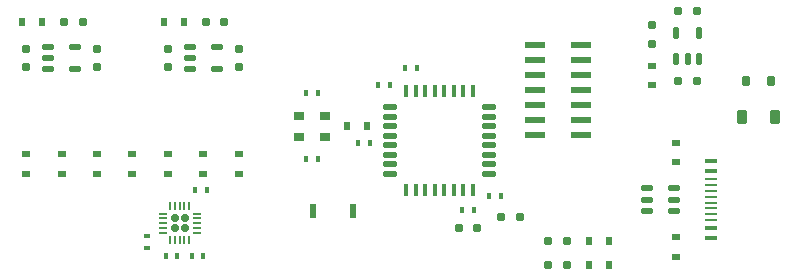
<source format=gbr>
%TF.GenerationSoftware,KiCad,Pcbnew,7.0.1*%
%TF.CreationDate,2023-05-30T08:19:09+02:00*%
%TF.ProjectId,test_SGTL5000,74657374-5f53-4475-944c-353030302e6b,rev?*%
%TF.SameCoordinates,Original*%
%TF.FileFunction,Paste,Top*%
%TF.FilePolarity,Positive*%
%FSLAX46Y46*%
G04 Gerber Fmt 4.6, Leading zero omitted, Abs format (unit mm)*
G04 Created by KiCad (PCBNEW 7.0.1) date 2023-05-30 08:19:09*
%MOMM*%
%LPD*%
G01*
G04 APERTURE LIST*
G04 Aperture macros list*
%AMRoundRect*
0 Rectangle with rounded corners*
0 $1 Rounding radius*
0 $2 $3 $4 $5 $6 $7 $8 $9 X,Y pos of 4 corners*
0 Add a 4 corners polygon primitive as box body*
4,1,4,$2,$3,$4,$5,$6,$7,$8,$9,$2,$3,0*
0 Add four circle primitives for the rounded corners*
1,1,$1+$1,$2,$3*
1,1,$1+$1,$4,$5*
1,1,$1+$1,$6,$7*
1,1,$1+$1,$8,$9*
0 Add four rect primitives between the rounded corners*
20,1,$1+$1,$2,$3,$4,$5,0*
20,1,$1+$1,$4,$5,$6,$7,0*
20,1,$1+$1,$6,$7,$8,$9,0*
20,1,$1+$1,$8,$9,$2,$3,0*%
G04 Aperture macros list end*
%ADD10RoundRect,0.167500X0.167500X-0.167500X0.167500X0.167500X-0.167500X0.167500X-0.167500X-0.167500X0*%
%ADD11RoundRect,0.000000X0.070000X-0.297500X0.070000X0.297500X-0.070000X0.297500X-0.070000X-0.297500X0*%
%ADD12RoundRect,0.020000X0.277500X-0.050000X0.277500X0.050000X-0.277500X0.050000X-0.277500X-0.050000X0*%
%ADD13RoundRect,0.080000X-0.252500X0.200000X-0.252500X-0.200000X0.252500X-0.200000X0.252500X0.200000X0*%
%ADD14RoundRect,0.087500X0.245000X-0.218750X0.245000X0.218750X-0.245000X0.218750X-0.245000X-0.218750X0*%
%ADD15RoundRect,0.090000X-0.242500X0.225000X-0.242500X-0.225000X0.242500X-0.225000X0.242500X0.225000X0*%
%ADD16RoundRect,0.062500X-0.375000X-0.550000X0.375000X-0.550000X0.375000X0.550000X-0.375000X0.550000X0*%
%ADD17RoundRect,0.000000X-0.463750X-0.210000X0.463750X-0.210000X0.463750X0.210000X-0.463750X0.210000X0*%
%ADD18RoundRect,0.080000X0.252500X-0.200000X0.252500X0.200000X-0.252500X0.200000X-0.252500X-0.200000X0*%
%ADD19RoundRect,0.056000X-0.140000X-0.161000X0.140000X-0.161000X0.140000X0.161000X-0.140000X0.161000X0*%
%ADD20RoundRect,0.087500X0.218750X0.245000X-0.218750X0.245000X-0.218750X-0.245000X0.218750X-0.245000X0*%
%ADD21RoundRect,0.056000X-0.161000X0.140000X-0.161000X-0.140000X0.161000X-0.140000X0.161000X0.140000X0*%
%ADD22RoundRect,0.087500X0.218750X0.332500X-0.218750X0.332500X-0.218750X-0.332500X0.218750X-0.332500X0*%
%ADD23RoundRect,0.090000X-0.225000X-0.242500X0.225000X-0.242500X0.225000X0.242500X-0.225000X0.242500X0*%
%ADD24RoundRect,0.080000X0.200000X0.252500X-0.200000X0.252500X-0.200000X-0.252500X0.200000X-0.252500X0*%
%ADD25RoundRect,0.056000X0.140000X0.161000X-0.140000X0.161000X-0.140000X-0.161000X0.140000X-0.161000X0*%
%ADD26RoundRect,0.080000X-0.200000X-0.252500X0.200000X-0.252500X0.200000X0.252500X-0.200000X0.252500X0*%
%ADD27R,1.015000X0.420000*%
%ADD28R,1.015000X0.210000*%
%ADD29RoundRect,0.000000X0.210000X-0.463750X0.210000X0.463750X-0.210000X0.463750X-0.210000X-0.463750X0*%
%ADD30R,1.680000X0.518000*%
%ADD31R,0.910000X0.700000*%
%ADD32RoundRect,0.087500X-0.218750X-0.245000X0.218750X-0.245000X0.218750X0.245000X-0.218750X0.245000X0*%
%ADD33RoundRect,0.000000X-0.525000X-0.175000X0.525000X-0.175000X0.525000X0.175000X-0.525000X0.175000X0*%
%ADD34RoundRect,0.050000X-0.125000X-0.475000X0.125000X-0.475000X0.125000X0.475000X-0.125000X0.475000X0*%
%ADD35R,0.630000X1.190000*%
%ADD36RoundRect,0.054000X0.135000X0.170000X-0.135000X0.170000X-0.135000X-0.170000X0.135000X-0.170000X0*%
G04 APERTURE END LIST*
D10*
%TO.C,U301*%
X50590000Y-67410000D03*
X51410000Y-67410000D03*
X50590000Y-66590000D03*
X51410000Y-66590000D03*
D11*
X50200000Y-68450000D03*
X50600000Y-68450000D03*
X51000000Y-68450000D03*
X51400000Y-68450000D03*
X51800000Y-68450000D03*
D12*
X52450000Y-67800000D03*
X52450000Y-67400000D03*
X52450000Y-67000000D03*
X52450000Y-66600000D03*
X52450000Y-66200000D03*
D11*
X51800000Y-65550000D03*
X51400000Y-65550000D03*
X51000000Y-65550000D03*
X50600000Y-65550000D03*
X50200000Y-65550000D03*
D12*
X49550000Y-66200000D03*
X49550000Y-66600000D03*
X49550000Y-67000000D03*
X49550000Y-67400000D03*
X49550000Y-67800000D03*
%TD*%
D13*
%TO.C,JP105*%
X47000000Y-61175000D03*
X47000000Y-62825000D03*
%TD*%
%TO.C,JP102*%
X50000000Y-61175000D03*
X50000000Y-62825000D03*
%TD*%
D14*
%TO.C,D502*%
X91000000Y-51787500D03*
X91000000Y-50212500D03*
%TD*%
D13*
%TO.C,R402*%
X93000000Y-68175000D03*
X93000000Y-69825000D03*
%TD*%
D15*
%TO.C,C506*%
X44000000Y-52225000D03*
X44000000Y-53775000D03*
%TD*%
D16*
%TO.C,F501*%
X98600000Y-58000000D03*
X101400000Y-58000000D03*
%TD*%
D17*
%TO.C,U401*%
X90562500Y-64050000D03*
X90562500Y-65000000D03*
X90562500Y-65950000D03*
X92837500Y-65950000D03*
X92837500Y-65000000D03*
X92837500Y-64050000D03*
%TD*%
D18*
%TO.C,R401*%
X93000000Y-61825000D03*
X93000000Y-60175000D03*
%TD*%
D19*
%TO.C,C207*%
X74920000Y-65900000D03*
X75880000Y-65900000D03*
%TD*%
D17*
%TO.C,U501*%
X51862500Y-52050000D03*
X51862500Y-53000000D03*
X51862500Y-53950000D03*
X54137500Y-53950000D03*
X54137500Y-52050000D03*
%TD*%
D20*
%TO.C,D202*%
X83787500Y-70500000D03*
X82212500Y-70500000D03*
%TD*%
D21*
%TO.C,C303*%
X48200000Y-68120000D03*
X48200000Y-69080000D03*
%TD*%
D13*
%TO.C,R502*%
X91000000Y-53675000D03*
X91000000Y-55325000D03*
%TD*%
D22*
%TO.C,FB501*%
X101062500Y-55000000D03*
X98937500Y-55000000D03*
%TD*%
D23*
%TO.C,C204*%
X78225000Y-66500000D03*
X79775000Y-66500000D03*
%TD*%
D13*
%TO.C,JP101*%
X56000000Y-61175000D03*
X56000000Y-62825000D03*
%TD*%
D17*
%TO.C,U503*%
X39862500Y-52050000D03*
X39862500Y-53000000D03*
X39862500Y-53950000D03*
X42137500Y-53950000D03*
X42137500Y-52050000D03*
%TD*%
D24*
%TO.C,R501*%
X51325000Y-50000000D03*
X49675000Y-50000000D03*
%TD*%
D15*
%TO.C,C501*%
X50000000Y-52225000D03*
X50000000Y-53775000D03*
%TD*%
D23*
%TO.C,C208*%
X74625000Y-67400000D03*
X76175000Y-67400000D03*
%TD*%
D25*
%TO.C,C203*%
X62680000Y-61600000D03*
X61720000Y-61600000D03*
%TD*%
D26*
%TO.C,R203*%
X65175000Y-58800000D03*
X66825000Y-58800000D03*
%TD*%
D23*
%TO.C,C502*%
X93225000Y-55000000D03*
X94775000Y-55000000D03*
%TD*%
D19*
%TO.C,C206*%
X77220000Y-64700000D03*
X78180000Y-64700000D03*
%TD*%
D27*
%TO.C,J401*%
X95955000Y-68250000D03*
X95955000Y-67450000D03*
D28*
X95955000Y-66250000D03*
X95955000Y-65250000D03*
X95955000Y-64750000D03*
X95955000Y-63750000D03*
D27*
X95955000Y-62550000D03*
X95955000Y-61750000D03*
X95955000Y-61750000D03*
X95955000Y-62550000D03*
D28*
X95955000Y-63250000D03*
X95955000Y-64250000D03*
X95955000Y-65750000D03*
X95955000Y-66750000D03*
D27*
X95955000Y-67450000D03*
X95955000Y-68250000D03*
%TD*%
D29*
%TO.C,U502*%
X93050000Y-53137500D03*
X94000000Y-53137500D03*
X94950000Y-53137500D03*
X94950000Y-50862500D03*
X93050000Y-50862500D03*
%TD*%
D30*
%TO.C,J201*%
X84950000Y-59510000D03*
X81050000Y-59510000D03*
X84950000Y-58240000D03*
X81050000Y-58240000D03*
X84950000Y-56970000D03*
X81050000Y-56970000D03*
X84950000Y-55700000D03*
X81050000Y-55700000D03*
X84950000Y-54430000D03*
X81050000Y-54430000D03*
X84950000Y-53160000D03*
X81050000Y-53160000D03*
X84950000Y-51890000D03*
X81050000Y-51890000D03*
%TD*%
D13*
%TO.C,JP103*%
X53000000Y-61175000D03*
X53000000Y-62825000D03*
%TD*%
D20*
%TO.C,D201*%
X83787500Y-68500000D03*
X82212500Y-68500000D03*
%TD*%
D26*
%TO.C,R201*%
X85675000Y-68500000D03*
X87325000Y-68500000D03*
%TD*%
D31*
%TO.C,Y201*%
X61100000Y-59700000D03*
X63300000Y-59700000D03*
X63300000Y-57900000D03*
X61100000Y-57900000D03*
%TD*%
D13*
%TO.C,JP104*%
X44000000Y-61175000D03*
X44000000Y-62825000D03*
%TD*%
D19*
%TO.C,C302*%
X52320000Y-64200000D03*
X53280000Y-64200000D03*
%TD*%
D25*
%TO.C,C201*%
X67080000Y-60200000D03*
X66120000Y-60200000D03*
%TD*%
D32*
%TO.C,D503*%
X41212500Y-50000000D03*
X42787500Y-50000000D03*
%TD*%
D19*
%TO.C,C202*%
X61720000Y-56000000D03*
X62680000Y-56000000D03*
%TD*%
D33*
%TO.C,U201*%
X68825000Y-57200000D03*
X68825000Y-58000000D03*
X68825000Y-58800000D03*
X68825000Y-59600000D03*
X68825000Y-60400000D03*
X68825000Y-61200000D03*
X68825000Y-62000000D03*
X68825000Y-62800000D03*
D34*
X70200000Y-64175000D03*
X71000000Y-64175000D03*
X71800000Y-64175000D03*
X72600000Y-64175000D03*
X73400000Y-64175000D03*
X74200000Y-64175000D03*
X75000000Y-64175000D03*
X75800000Y-64175000D03*
D33*
X77175000Y-62800000D03*
X77175000Y-62000000D03*
X77175000Y-61200000D03*
X77175000Y-60400000D03*
X77175000Y-59600000D03*
X77175000Y-58800000D03*
X77175000Y-58000000D03*
X77175000Y-57200000D03*
D34*
X75800000Y-55825000D03*
X75000000Y-55825000D03*
X74200000Y-55825000D03*
X73400000Y-55825000D03*
X72600000Y-55825000D03*
X71800000Y-55825000D03*
X71000000Y-55825000D03*
X70200000Y-55825000D03*
%TD*%
D15*
%TO.C,C504*%
X56000000Y-52225000D03*
X56000000Y-53775000D03*
%TD*%
D35*
%TO.C,SW201*%
X62300000Y-66000000D03*
X65700000Y-66000000D03*
%TD*%
D15*
%TO.C,C503*%
X38000000Y-52225000D03*
X38000000Y-53775000D03*
%TD*%
D13*
%TO.C,JP107*%
X41000000Y-61175000D03*
X41000000Y-62825000D03*
%TD*%
D23*
%TO.C,C505*%
X93225000Y-49000000D03*
X94775000Y-49000000D03*
%TD*%
D25*
%TO.C,C304*%
X50780000Y-69800000D03*
X49820000Y-69800000D03*
%TD*%
D19*
%TO.C,C205*%
X67820000Y-55300000D03*
X68780000Y-55300000D03*
%TD*%
D13*
%TO.C,JP106*%
X38000000Y-61175000D03*
X38000000Y-62825000D03*
%TD*%
D24*
%TO.C,R503*%
X39325000Y-50000000D03*
X37675000Y-50000000D03*
%TD*%
D26*
%TO.C,R202*%
X85675000Y-70500000D03*
X87325000Y-70500000D03*
%TD*%
D19*
%TO.C,C301*%
X52020000Y-69800000D03*
X52980000Y-69800000D03*
%TD*%
D36*
%TO.C,R204*%
X71110000Y-53900000D03*
X70090000Y-53900000D03*
%TD*%
D32*
%TO.C,D501*%
X53212500Y-50000000D03*
X54787500Y-50000000D03*
%TD*%
M02*

</source>
